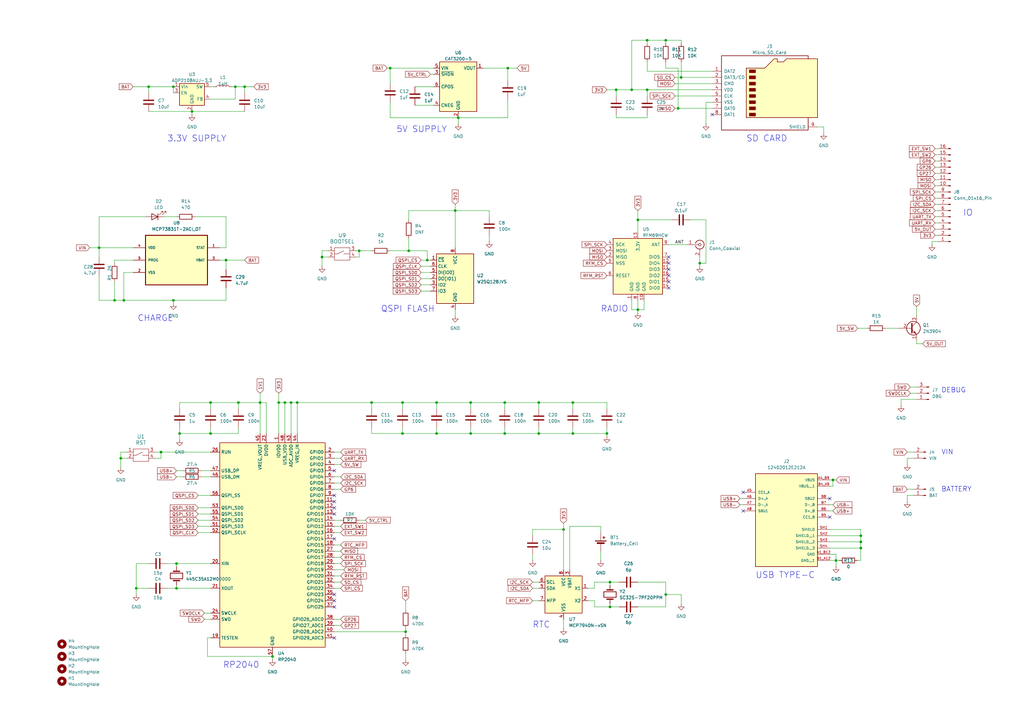
<source format=kicad_sch>
(kicad_sch (version 20231120) (generator "eeschema") (generator_version "8.0")
  (paper "A3")
  (junction (at 40.64 101.6))
  (junction (at 55.88 241.3))
  (junction (at 220.98 177.8))
  (junction (at 165.1 165.1))
  (junction (at 179.07 165.1))
  (junction (at 220.98 165.1))
  (junction (at 193.04 177.8))
  (junction (at 166.37 259.08))
  (junction (at 207.01 177.8))
  (junction (at 147.32 102.87))
  (junction (at 175.26 106.68))
  (junction (at 231.14 217.17))
  (junction (at 165.1 177.8))
  (junction (at 86.36 177.8))
  (junction (at 259.08 36.83))
  (junction (at 73.66 177.8))
  (junction (at 186.69 86.36))
  (junction (at 287.02 107.95))
  (junction (at 234.95 177.8))
  (junction (at 114.3 165.1))
  (junction (at 71.12 35.56))
  (junction (at 187.96 48.26))
  (junction (at 100.33 35.56))
  (junction (at 49.53 187.96))
  (junction (at 342.9 229.87))
  (junction (at 50.8 123.19))
  (junction (at 119.38 165.1))
  (junction (at 121.92 165.1))
  (junction (at 278.13 44.45))
  (junction (at 353.06 224.79))
  (junction (at 179.07 177.8))
  (junction (at 208.28 27.94))
  (junction (at 72.39 241.3))
  (junction (at 72.39 231.14))
  (junction (at 250.19 248.92))
  (junction (at 46.99 123.19))
  (junction (at 111.76 269.24))
  (junction (at 273.05 243.84))
  (junction (at 60.96 35.56))
  (junction (at 86.36 165.1))
  (junction (at 353.06 219.71))
  (junction (at 116.84 165.1))
  (junction (at 252.73 36.83))
  (junction (at 66.04 185.42))
  (junction (at 207.01 165.1))
  (junction (at 106.68 165.1))
  (junction (at 353.06 222.25))
  (junction (at 193.04 165.1))
  (junction (at 341.63 196.85))
  (junction (at 250.19 238.76))
  (junction (at 261.62 90.17))
  (junction (at 261.62 127))
  (junction (at 97.79 165.1))
  (junction (at 78.74 45.72))
  (junction (at 160.02 27.94))
  (junction (at 152.4 165.1))
  (junction (at 167.64 102.87))
  (junction (at 265.43 36.83))
  (junction (at 132.08 105.41))
  (junction (at 92.71 106.68))
  (junction (at 96.52 35.56))
  (junction (at 265.43 16.51))
  (junction (at 234.95 165.1))
  (junction (at 273.05 16.51))
  (junction (at 71.12 123.19))
  (junction (at 248.92 177.8))
  (junction (at 279.4 31.75))
  (no_connect (at 274.32 107.95))
  (no_connect (at 304.8 201.93))
  (no_connect (at 137.16 205.74))
  (no_connect (at 340.36 212.09))
  (no_connect (at 137.16 246.38))
  (no_connect (at 137.16 243.84))
  (no_connect (at 274.32 113.03))
  (no_connect (at 137.16 208.28))
  (no_connect (at 274.32 118.11))
  (no_connect (at 274.32 115.57))
  (no_connect (at 274.32 110.49))
  (no_connect (at 137.16 261.62))
  (no_connect (at 340.36 204.47))
  (no_connect (at 274.32 105.41))
  (no_connect (at 137.16 248.92))
  (no_connect (at 304.8 209.55))
  (no_connect (at 137.16 210.82))
  (no_connect (at 137.16 193.04))
  (no_connect (at 137.16 203.2))
  (no_connect (at 137.16 220.98))
  (no_connect (at 292.1 46.99))
  (wire (pts (xy 81.28 203.2) (xy 86.36 203.2)))
  (wire (pts (xy 152.4 165.1) (xy 165.1 165.1)))
  (wire (pts (xy 248.92 177.8) (xy 248.92 179.07)))
  (wire (pts (xy 200.66 86.36) (xy 186.69 86.36)))
  (wire (pts (xy 97.79 165.1) (xy 86.36 165.1)))
  (wire (pts (xy 119.38 165.1) (xy 119.38 177.8)))
  (wire (pts (xy 250.19 248.92) (xy 250.19 247.65)))
  (wire (pts (xy 337.82 52.07) (xy 335.28 52.07)))
  (wire (pts (xy 137.16 256.54) (xy 139.7 256.54)))
  (wire (pts (xy 97.79 175.26) (xy 97.79 177.8)))
  (wire (pts (xy 81.28 213.36) (xy 86.36 213.36)))
  (wire (pts (xy 92.71 123.19) (xy 92.71 118.11)))
  (wire (pts (xy 82.55 195.58) (xy 86.36 195.58)))
  (wire (pts (xy 137.16 228.6) (xy 139.7 228.6)))
  (wire (pts (xy 114.3 165.1) (xy 116.84 165.1)))
  (wire (pts (xy 50.8 123.19) (xy 71.12 123.19)))
  (wire (pts (xy 375.92 158.75) (xy 373.38 158.75)))
  (wire (pts (xy 152.4 175.26) (xy 152.4 177.8)))
  (wire (pts (xy 85.09 261.62) (xy 85.09 269.24)))
  (wire (pts (xy 81.28 208.28) (xy 86.36 208.28)))
  (wire (pts (xy 340.36 222.25) (xy 353.06 222.25)))
  (wire (pts (xy 46.99 107.95) (xy 46.99 106.68)))
  (wire (pts (xy 243.84 238.76) (xy 250.19 238.76)))
  (wire (pts (xy 193.04 165.1) (xy 207.01 165.1)))
  (wire (pts (xy 383.54 81.28) (xy 384.81 81.28)))
  (wire (pts (xy 383.54 66.04) (xy 384.81 66.04)))
  (wire (pts (xy 283.21 90.17) (xy 289.56 90.17)))
  (wire (pts (xy 218.44 246.38) (xy 220.98 246.38)))
  (wire (pts (xy 342.9 229.87) (xy 344.17 229.87)))
  (wire (pts (xy 218.44 241.3) (xy 220.98 241.3)))
  (wire (pts (xy 340.36 196.85) (xy 341.63 196.85)))
  (wire (pts (xy 137.16 231.14) (xy 139.7 231.14)))
  (wire (pts (xy 252.73 46.99) (xy 252.73 48.26)))
  (wire (pts (xy 383.54 60.96) (xy 384.81 60.96)))
  (wire (pts (xy 382.27 100.33) (xy 382.27 99.06)))
  (wire (pts (xy 72.39 240.03) (xy 72.39 241.3)))
  (wire (pts (xy 341.63 196.85) (xy 342.9 196.85)))
  (wire (pts (xy 152.4 177.8) (xy 165.1 177.8)))
  (wire (pts (xy 176.53 30.48) (xy 177.8 30.48)))
  (wire (pts (xy 287.02 107.95) (xy 287.02 109.22)))
  (wire (pts (xy 166.37 246.38) (xy 166.37 250.19)))
  (wire (pts (xy 250.19 248.92) (xy 254 248.92)))
  (wire (pts (xy 375.92 161.29) (xy 373.38 161.29)))
  (wire (pts (xy 378.46 140.97) (xy 375.92 140.97)))
  (wire (pts (xy 170.18 43.18) (xy 177.8 43.18)))
  (wire (pts (xy 60.96 38.1) (xy 60.96 35.56)))
  (wire (pts (xy 193.04 177.8) (xy 207.01 177.8)))
  (wire (pts (xy 265.43 48.26) (xy 265.43 46.99)))
  (wire (pts (xy 383.54 68.58) (xy 384.81 68.58)))
  (wire (pts (xy 72.39 232.41) (xy 72.39 231.14)))
  (wire (pts (xy 132.08 102.87) (xy 132.08 105.41)))
  (wire (pts (xy 121.92 165.1) (xy 152.4 165.1)))
  (wire (pts (xy 66.04 185.42) (xy 86.36 185.42)))
  (wire (pts (xy 220.98 165.1) (xy 220.98 167.64)))
  (wire (pts (xy 246.38 218.44) (xy 246.38 215.9)))
  (wire (pts (xy 186.69 86.36) (xy 186.69 83.82)))
  (wire (pts (xy 261.62 123.19) (xy 261.62 127)))
  (wire (pts (xy 276.86 39.37) (xy 292.1 39.37)))
  (wire (pts (xy 72.39 231.14) (xy 86.36 231.14)))
  (wire (pts (xy 292.1 41.91) (xy 289.56 41.91)))
  (wire (pts (xy 146.05 102.87) (xy 147.32 102.87)))
  (wire (pts (xy 252.73 36.83) (xy 252.73 39.37)))
  (wire (pts (xy 273.05 27.94) (xy 278.13 27.94)))
  (wire (pts (xy 200.66 96.52) (xy 200.66 99.06)))
  (wire (pts (xy 60.96 35.56) (xy 71.12 35.56)))
  (wire (pts (xy 46.99 123.19) (xy 50.8 123.19)))
  (wire (pts (xy 372.11 187.96) (xy 372.11 190.5)))
  (wire (pts (xy 137.16 259.08) (xy 166.37 259.08)))
  (wire (pts (xy 78.74 45.72) (xy 78.74 46.99)))
  (wire (pts (xy 259.08 16.51) (xy 259.08 36.83)))
  (wire (pts (xy 208.28 27.94) (xy 212.09 27.94)))
  (wire (pts (xy 303.53 207.01) (xy 304.8 207.01)))
  (wire (pts (xy 137.16 213.36) (xy 139.7 213.36)))
  (wire (pts (xy 276.86 34.29) (xy 292.1 34.29)))
  (wire (pts (xy 109.22 165.1) (xy 106.68 165.1)))
  (wire (pts (xy 363.22 134.62) (xy 368.3 134.62)))
  (wire (pts (xy 72.39 195.58) (xy 74.93 195.58)))
  (wire (pts (xy 383.54 76.2) (xy 384.81 76.2)))
  (wire (pts (xy 353.06 222.25) (xy 353.06 219.71)))
  (wire (pts (xy 289.56 90.17) (xy 289.56 107.95)))
  (wire (pts (xy 92.71 106.68) (xy 92.71 110.49)))
  (wire (pts (xy 265.43 29.21) (xy 292.1 29.21)))
  (wire (pts (xy 86.36 40.64) (xy 96.52 40.64)))
  (wire (pts (xy 264.16 127) (xy 261.62 127)))
  (wire (pts (xy 83.82 254) (xy 86.36 254)))
  (wire (pts (xy 261.62 127) (xy 261.62 128.27)))
  (wire (pts (xy 78.74 45.72) (xy 100.33 45.72)))
  (wire (pts (xy 273.05 25.4) (xy 273.05 27.94)))
  (wire (pts (xy 73.66 165.1) (xy 73.66 167.64)))
  (wire (pts (xy 167.64 102.87) (xy 160.02 102.87)))
  (wire (pts (xy 218.44 217.17) (xy 231.14 217.17)))
  (wire (pts (xy 372.11 203.2) (xy 374.65 203.2)))
  (wire (pts (xy 369.57 163.83) (xy 375.92 163.83)))
  (wire (pts (xy 259.08 36.83) (xy 265.43 36.83)))
  (wire (pts (xy 340.36 227.33) (xy 342.9 227.33)))
  (wire (pts (xy 137.16 185.42) (xy 139.7 185.42)))
  (wire (pts (xy 86.36 165.1) (xy 73.66 165.1)))
  (wire (pts (xy 175.26 106.68) (xy 176.53 106.68)))
  (wire (pts (xy 49.53 185.42) (xy 49.53 187.96)))
  (wire (pts (xy 207.01 165.1) (xy 220.98 165.1)))
  (wire (pts (xy 160.02 48.26) (xy 187.96 48.26)))
  (wire (pts (xy 261.62 90.17) (xy 275.59 90.17)))
  (wire (pts (xy 383.54 88.9) (xy 384.81 88.9)))
  (wire (pts (xy 36.83 101.6) (xy 40.64 101.6)))
  (wire (pts (xy 259.08 127) (xy 261.62 127)))
  (wire (pts (xy 207.01 175.26) (xy 207.01 177.8)))
  (wire (pts (xy 252.73 48.26) (xy 265.43 48.26)))
  (wire (pts (xy 208.28 27.94) (xy 208.28 33.02)))
  (wire (pts (xy 207.01 177.8) (xy 220.98 177.8)))
  (wire (pts (xy 218.44 219.71) (xy 218.44 217.17)))
  (wire (pts (xy 372.11 200.66) (xy 374.65 200.66)))
  (wire (pts (xy 218.44 238.76) (xy 220.98 238.76)))
  (wire (pts (xy 63.5 187.96) (xy 66.04 187.96)))
  (wire (pts (xy 86.36 35.56) (xy 87.63 35.56)))
  (wire (pts (xy 375.92 140.97) (xy 375.92 139.7)))
  (wire (pts (xy 234.95 175.26) (xy 234.95 177.8)))
  (wire (pts (xy 220.98 175.26) (xy 220.98 177.8)))
  (wire (pts (xy 261.62 95.25) (xy 261.62 90.17)))
  (wire (pts (xy 279.4 16.51) (xy 273.05 16.51)))
  (wire (pts (xy 83.82 251.46) (xy 86.36 251.46)))
  (wire (pts (xy 82.55 193.04) (xy 86.36 193.04)))
  (wire (pts (xy 49.53 185.42) (xy 52.07 185.42)))
  (wire (pts (xy 261.62 238.76) (xy 273.05 238.76)))
  (wire (pts (xy 250.19 238.76) (xy 250.19 240.03)))
  (wire (pts (xy 278.13 44.45) (xy 292.1 44.45)))
  (wire (pts (xy 55.88 231.14) (xy 55.88 241.3)))
  (wire (pts (xy 90.17 101.6) (xy 92.71 101.6)))
  (wire (pts (xy 137.16 187.96) (xy 139.7 187.96)))
  (wire (pts (xy 383.54 83.82) (xy 384.81 83.82)))
  (wire (pts (xy 342.9 229.87) (xy 342.9 232.41)))
  (wire (pts (xy 97.79 165.1) (xy 97.79 167.64)))
  (wire (pts (xy 73.66 177.8) (xy 73.66 175.26)))
  (wire (pts (xy 147.32 102.87) (xy 152.4 102.87)))
  (wire (pts (xy 96.52 35.56) (xy 100.33 35.56)))
  (wire (pts (xy 172.72 106.68) (xy 175.26 106.68)))
  (wire (pts (xy 137.16 241.3) (xy 139.7 241.3)))
  (wire (pts (xy 132.08 105.41) (xy 132.08 109.22)))
  (wire (pts (xy 243.84 246.38) (xy 243.84 248.92)))
  (wire (pts (xy 50.8 111.76) (xy 50.8 123.19)))
  (wire (pts (xy 241.3 241.3) (xy 243.84 241.3)))
  (wire (pts (xy 252.73 36.83) (xy 259.08 36.83)))
  (wire (pts (xy 231.14 217.17) (xy 231.14 233.68)))
  (wire (pts (xy 241.3 246.38) (xy 243.84 246.38)))
  (wire (pts (xy 90.17 106.68) (xy 92.71 106.68)))
  (wire (pts (xy 248.92 177.8) (xy 248.92 175.26)))
  (wire (pts (xy 160.02 41.91) (xy 160.02 48.26)))
  (wire (pts (xy 71.12 35.56) (xy 71.12 38.1)))
  (wire (pts (xy 147.32 213.36) (xy 149.86 213.36)))
  (wire (pts (xy 73.66 177.8) (xy 73.66 180.34)))
  (wire (pts (xy 353.06 229.87) (xy 351.79 229.87)))
  (wire (pts (xy 246.38 226.06) (xy 246.38 229.87)))
  (wire (pts (xy 273.05 16.51) (xy 273.05 17.78)))
  (wire (pts (xy 383.54 91.44) (xy 384.81 91.44)))
  (wire (pts (xy 54.61 35.56) (xy 60.96 35.56)))
  (wire (pts (xy 172.72 114.3) (xy 176.53 114.3)))
  (wire (pts (xy 278.13 27.94) (xy 278.13 44.45)))
  (wire (pts (xy 40.64 88.9) (xy 40.64 101.6)))
  (wire (pts (xy 208.28 40.64) (xy 208.28 48.26)))
  (wire (pts (xy 243.84 241.3) (xy 243.84 238.76)))
  (wire (pts (xy 172.72 119.38) (xy 176.53 119.38)))
  (wire (pts (xy 279.4 247.65) (xy 279.4 243.84)))
  (wire (pts (xy 265.43 36.83) (xy 265.43 39.37)))
  (wire (pts (xy 218.44 227.33) (xy 218.44 229.87)))
  (wire (pts (xy 165.1 165.1) (xy 179.07 165.1)))
  (wire (pts (xy 220.98 165.1) (xy 234.95 165.1)))
  (wire (pts (xy 172.72 116.84) (xy 176.53 116.84)))
  (wire (pts (xy 383.54 78.74) (xy 384.81 78.74)))
  (wire (pts (xy 351.79 134.62) (xy 355.6 134.62)))
  (wire (pts (xy 71.12 123.19) (xy 92.71 123.19)))
  (wire (pts (xy 353.06 224.79) (xy 353.06 222.25)))
  (wire (pts (xy 100.33 38.1) (xy 100.33 35.56)))
  (wire (pts (xy 172.72 109.22) (xy 176.53 109.22)))
  (wire (pts (xy 383.54 63.5) (xy 384.81 63.5)))
  (wire (pts (xy 137.16 195.58) (xy 139.7 195.58)))
  (wire (pts (xy 95.25 35.56) (xy 96.52 35.56)))
  (wire (pts (xy 60.96 231.14) (xy 55.88 231.14)))
  (wire (pts (xy 85.09 269.24) (xy 111.76 269.24)))
  (wire (pts (xy 248.92 36.83) (xy 252.73 36.83)))
  (wire (pts (xy 49.53 187.96) (xy 52.07 187.96)))
  (wire (pts (xy 81.28 218.44) (xy 86.36 218.44)))
  (wire (pts (xy 72.39 193.04) (xy 74.93 193.04)))
  (wire (pts (xy 86.36 175.26) (xy 86.36 177.8)))
  (wire (pts (xy 67.31 88.9) (xy 72.39 88.9)))
  (wire (pts (xy 114.3 161.29) (xy 114.3 165.1)))
  (wire (pts (xy 55.88 241.3) (xy 60.96 241.3)))
  (wire (pts (xy 80.01 88.9) (xy 92.71 88.9)))
  (wire (pts (xy 132.08 102.87) (xy 134.62 102.87)))
  (wire (pts (xy 337.82 54.61) (xy 337.82 52.07)))
  (wire (pts (xy 59.69 88.9) (xy 40.64 88.9)))
  (wire (pts (xy 137.16 236.22) (xy 139.7 236.22)))
  (wire (pts (xy 137.16 226.06) (xy 139.7 226.06)))
  (wire (pts (xy 160.02 34.29) (xy 160.02 27.94)))
  (wire (pts (xy 137.16 223.52) (xy 139.7 223.52)))
  (wire (pts (xy 265.43 36.83) (xy 292.1 36.83)))
  (wire (pts (xy 287.02 105.41) (xy 287.02 107.95)))
  (wire (pts (xy 114.3 177.8) (xy 114.3 165.1)))
  (wire (pts (xy 111.76 269.24) (xy 111.76 270.51)))
  (wire (pts (xy 66.04 187.96) (xy 66.04 185.42)))
  (wire (pts (xy 109.22 177.8) (xy 109.22 165.1)))
  (wire (pts (xy 49.53 187.96) (xy 49.53 191.77)))
  (wire (pts (xy 55.88 241.3) (xy 55.88 243.84)))
  (wire (pts (xy 158.75 27.94) (xy 160.02 27.94)))
  (wire (pts (xy 375.92 125.73) (xy 375.92 129.54)))
  (wire (pts (xy 289.56 107.95) (xy 287.02 107.95)))
  (wire (pts (xy 265.43 16.51) (xy 265.43 17.78)))
  (wire (pts (xy 382.27 99.06) (xy 384.81 99.06)))
  (wire (pts (xy 179.07 177.8) (xy 193.04 177.8)))
  (wire (pts (xy 167.64 97.79) (xy 167.64 102.87)))
  (wire (pts (xy 106.68 177.8) (xy 106.68 165.1)))
  (wire (pts (xy 279.4 25.4) (xy 279.4 31.75)))
  (wire (pts (xy 246.38 215.9) (xy 233.68 215.9)))
  (wire (pts (xy 146.05 105.41) (xy 147.32 105.41)))
  (wire (pts (xy 207.01 165.1) (xy 207.01 167.64)))
  (wire (pts (xy 187.96 48.26) (xy 208.28 48.26)))
  (wire (pts (xy 179.07 165.1) (xy 193.04 165.1)))
  (wire (pts (xy 152.4 165.1) (xy 152.4 167.64)))
  (wire (pts (xy 233.68 215.9) (xy 233.68 233.68)))
  (wire (pts (xy 265.43 16.51) (xy 259.08 16.51)))
  (wire (pts (xy 279.4 16.51) (xy 279.4 17.78)))
  (wire (pts (xy 248.92 165.1) (xy 248.92 167.64)))
  (wire (pts (xy 340.36 199.39) (xy 341.63 199.39)))
  (wire (pts (xy 97.79 177.8) (xy 86.36 177.8)))
  (wire (pts (xy 86.36 165.1) (xy 86.36 167.64)))
  (wire (pts (xy 46.99 115.57) (xy 46.99 123.19)))
  (wire (pts (xy 137.16 190.5) (xy 139.7 190.5)))
  (wire (pts (xy 276.86 44.45) (xy 278.13 44.45)))
  (wire (pts (xy 137.16 254) (xy 139.7 254)))
  (wire (pts (xy 198.12 27.94) (xy 208.28 27.94)))
  (wire (pts (xy 116.84 165.1) (xy 119.38 165.1)))
  (wire (pts (xy 166.37 267.97) (xy 166.37 270.51)))
  (wire (pts (xy 106.68 165.1) (xy 97.79 165.1)))
  (wire (pts (xy 72.39 241.3) (xy 86.36 241.3)))
  (wire (pts (xy 137.16 198.12) (xy 139.7 198.12)))
  (wire (pts (xy 231.14 254) (xy 231.14 257.81)))
  (wire (pts (xy 92.71 106.68) (xy 100.33 106.68)))
  (wire (pts (xy 193.04 175.26) (xy 193.04 177.8)))
  (wire (pts (xy 340.36 209.55) (xy 341.63 209.55)))
  (wire (pts (xy 383.54 86.36) (xy 384.81 86.36)))
  (wire (pts (xy 273.05 238.76) (xy 273.05 243.84)))
  (wire (pts (xy 279.4 243.84) (xy 273.05 243.84)))
  (wire (pts (xy 259.08 123.19) (xy 259.08 127)))
  (wire (pts (xy 243.84 248.92) (xy 250.19 248.92)))
  (wire (pts (xy 72.39 241.3) (xy 68.58 241.3)))
  (wire (pts (xy 250.19 238.76) (xy 254 238.76)))
  (wire (pts (xy 369.57 166.37) (xy 369.57 163.83)))
  (wire (pts (xy 186.69 127) (xy 186.69 129.54)))
  (wire (pts (xy 40.64 113.03) (xy 40.64 123.19)))
  (wire (pts (xy 167.64 90.17) (xy 167.64 86.36)))
  (wire (pts (xy 86.36 177.8) (xy 73.66 177.8)))
  (wire (pts (xy 81.28 215.9) (xy 86.36 215.9)))
  (wire (pts (xy 106.68 161.29) (xy 106.68 165.1)))
  (wire (pts (xy 100.33 35.56) (xy 104.14 35.56)))
  (wire (pts (xy 72.39 231.14) (xy 68.58 231.14)))
  (wire (pts (xy 231.14 214.63) (xy 231.14 217.17)))
  (wire (pts (xy 340.36 224.79) (xy 353.06 224.79)))
  (wire (pts (xy 340.36 217.17) (xy 353.06 217.17)))
  (wire (pts (xy 137.16 238.76) (xy 139.7 238.76)))
  (wire (pts (xy 167.64 86.36) (xy 186.69 86.36)))
  (wire (pts (xy 340.36 219.71) (xy 353.06 219.71)))
  (wire (pts (xy 40.64 123.19) (xy 46.99 123.19)))
  (wire (pts (xy 46.99 106.68) (xy 54.61 106.68)))
  (wire (pts (xy 341.63 199.39) (xy 341.63 196.85)))
  (wire (pts (xy 264.16 123.19) (xy 264.16 127)))
  (wire (pts (xy 147.32 105.41) (xy 147.32 102.87)))
  (wire (pts (xy 193.04 165.1) (xy 193.04 167.64)))
  (wire (pts (xy 63.5 185.42) (xy 66.04 185.42)))
  (wire (pts (xy 279.4 31.75) (xy 292.1 31.75)))
  (wire (pts (xy 342.9 227.33) (xy 342.9 229.87)))
  (wire (pts (xy 179.07 175.26) (xy 179.07 177.8)))
  (wire (pts (xy 40.64 105.41) (xy 40.64 101.6)))
  (wire (pts (xy 86.36 261.62) (xy 85.09 261.62)))
  (wire (pts (xy 340.36 207.01) (xy 341.63 207.01)))
  (wire (pts (xy 40.64 101.6) (xy 54.61 101.6)))
  (wire (pts (xy 273.05 248.92) (xy 261.62 248.92)))
  (wire (pts (xy 71.12 124.46) (xy 71.12 123.19)))
  (wire (pts (xy 234.95 165.1) (xy 234.95 167.64)))
  (wire (pts (xy 273.05 243.84) (xy 273.05 248.92)))
  (wire (pts (xy 160.02 27.94) (xy 177.8 27.94)))
  (wire (pts (xy 220.98 177.8) (xy 234.95 177.8)))
  (wire (pts (xy 172.72 111.76) (xy 176.53 111.76)))
  (wire (pts (xy 175.26 102.87) (xy 175.26 106.68)))
  (wire (pts (xy 54.61 111.76) (xy 50.8 111.76)))
  (wire (pts (xy 96.52 40.64) (xy 96.52 35.56)))
  (wire (pts (xy 132.08 105.41) (xy 134.62 105.41)))
  (wire (pts (xy 186.69 86.36) (xy 186.69 101.6)))
  (wire (pts (xy 265.43 25.4) (xy 265.43 29.21)))
  (wire (pts (xy 60.96 45.72) (xy 78.74 45.72)))
  (wire (pts (xy 274.32 100.33) (xy 281.94 100.33)))
  (wire (pts (xy 372.11 187.96) (xy 374.65 187.96)))
  (wire (pts (xy 372.11 203.2) (xy 372.11 205.74)))
  (wire (pts (xy 383.54 71.12) (xy 384.81 71.12)))
  (wire (pts (xy 372.11 185.42) (xy 374.65 185.42)))
  (wire (pts (xy 303.53 204.47) (xy 304.8 204.47)))
  (wire (pts (xy 234.95 177.8) (xy 248.92 177.8)))
  (wire (pts (xy 234.95 165.1) (xy 248.92 165.1)))
  (wire (pts (xy 137.16 215.9) (xy 139.7 215.9)))
  (wire (pts (xy 276.86 31.75) (xy 279.4 31.75)))
  (wire (pts (xy 353.06 219.71) (xy 353.06 217.17)))
  (wire (pts (xy 92.71 88.9) (xy 92.71 101.6)))
  (wire (pts (xy 116.84 165.1) (xy 116.84 177.8)))
  (wire (pts (xy 200.66 88.9) (xy 200.66 86.36)))
  (wire (pts (xy 353.06 229.87) (xy 353.06 224.79)))
  (wire (pts (xy 261.62 86.36) (xy 261.62 90.17)))
  (wire (pts (xy 165.1 177.8) (xy 179.07 177.8)))
  (wire (pts (xy 165.1 165.1) (xy 165.1 167.64)))
  (wire (pts (xy 273.05 16.51) (xy 265.43 16.51)))
  (wire (pts (xy 383.54 93.98) (xy 384.81 93.98)))
  (wire (pts (xy 166.37 257.81) (xy 166.37 259.08)))
  (wire (pts (xy 342.9 229.87) (xy 340.36 229.87)))
  (wire (pts (xy 383.54 96.52) (xy 384.81 96.52)))
  (wire (pts (xy 137.16 200.66) (xy 139.7 200.66)))
  (wire (pts (xy 167.64 102.87) (xy 175.26 102.87)))
  (wire (pts (xy 170.18 35.56) (xy 177.8 35.56)))
  (wire (pts (xy 137.16 233.68) (xy 140.97 233.68)))
  (wire (pts (xy 137.16 218.44) (xy 139.7 218.44)))
  (wire (pts (xy 179.07 165.1) (xy 179.07 167.64)))
  (wire (pts (xy 121.92 165.1) (xy 121.92 177.8)))
  (wire (pts (xy 166.37 259.08) (xy 166.37 260.35)))
  (wire (pts (xy 383.54 73.66) (xy 384.81 73.66)))
  (wire (pts (xy 187.96 48.26) (xy 187.96 50.8)))
  (wire (pts (xy 289.56 41.91) (xy 289.56 50.8)))
  (wire (pts (xy 81.28 210.82) (xy 86.36 210.82)))
  (wire (pts (xy 119.38 165.1) (xy 121.92 165.1)))
  (wire (pts (xy 165.1 175.26) (xy 165.1 177.8)))
  (text "USB TYPE-C" (at 309.88 237.49 0) (effects (font (size 2.54 2.54)) (justify left bottom)))
  (text "BATTERY" (at 386.08 201.93 0) (effects (font (size 2 2)) (justify left bottom)))
  (text "RTC" (at 218.44 257.81 0) (effects (font (size 2.54 2.54)) (justify left bottom)))
  (text "QSPI FLASH" (at 156.21 128.27 0) (effects (font (size 2.5 2.5)) (justify left bottom)))
  (text "IO" (at 394.97 88.9 0) (effects (font (size 2.54 2.54)) (justify left bottom)))
  (text "DEBUG" (at 386.08 161.29 0) (effects (font (size 2 2)) (justify left bottom)))
  (text "RADIO" (at 246.38 128.27 0) (effects (font (size 2.54 2.54)) (justify left bottom)))
  (text "3.3V SUPPLY" (at 68.58 58.42 0) (effects (font (size 2.5 2.5)) (justify left bottom)))
  (text "VIN" (at 386.08 186.69 0) (effects (font (size 2 2)) (justify left bottom)))
  (text "RP2040" (at 91.44 274.32 0) (effects (font (size 2.54 2.54)) (justify left bottom)))
  (text "CHARGE" (at 56.388 132.08 0) (effects (font (size 2.5 2.5)) (justify left bottom)))
  (text "SD CARD" (at 306.07 58.42 0) (effects (font (size 2.54 2.54)) (justify left bottom)))
  (text "5V SUPPLY" (at 162.56 54.61 0) (effects (font (size 2.5 2.5)) (justify left bottom)))
  (label "ANT" (at 276.86 100.33 0))
  (global_label "SPI_SCK" (shape input) (at 139.7 231.14 0) (property "Intersheetrefs" "${INTERSHEET_REFS}" (effects (hide yes))))
  (global_label "3V3" (shape input) (at 383.54 96.52 180) (property "Intersheetrefs" "${INTERSHEET_REFS}" (effects (hide yes))))
  (global_label "1V1" (shape input) (at 106.68 161.29 90) (property "Intersheetrefs" "${INTERSHEET_REFS}" (effects (hide yes))))
  (global_label "USB+" (shape input) (at 303.53 204.47 180) (property "Intersheetrefs" "${INTERSHEET_REFS}" (effects (hide yes))))
  (global_label "I2C_SCK" (shape input) (at 218.44 238.76 180) (property "Intersheetrefs" "${INTERSHEET_REFS}" (effects (hide yes))))
  (global_label "BAT" (shape input) (at 54.61 35.56 180) (property "Intersheetrefs" "${INTERSHEET_REFS}" (effects (hide yes))))
  (global_label "UART_RX" (shape input) (at 383.54 91.44 180) (property "Intersheetrefs" "${INTERSHEET_REFS}" (effects (hide yes))))
  (global_label "QSPI_SD2" (shape input) (at 81.28 213.36 180) (property "Intersheetrefs" "${INTERSHEET_REFS}" (effects (hide yes))))
  (global_label "MISO" (shape input) (at 248.92 105.41 180) (property "Intersheetrefs" "${INTERSHEET_REFS}" (effects (hide yes))))
  (global_label "MOSI" (shape input) (at 140.97 233.68 0) (property "Intersheetrefs" "${INTERSHEET_REFS}" (effects (hide yes))))
  (global_label "VIN" (shape input) (at 36.83 101.6 180) (property "Intersheetrefs" "${INTERSHEET_REFS}" (effects (hide yes))))
  (global_label "MISO" (shape input) (at 276.86 44.45 180) (property "Intersheetrefs" "${INTERSHEET_REFS}" (effects (hide yes))))
  (global_label "QSPI_SD3" (shape input) (at 172.72 119.38 180) (property "Intersheetrefs" "${INTERSHEET_REFS}" (effects (hide yes))))
  (global_label "SPI_SCK" (shape input) (at 383.54 78.74 180) (property "Intersheetrefs" "${INTERSHEET_REFS}" (effects (hide yes))))
  (global_label "I2C_SCK" (shape input) (at 139.7 198.12 0) (property "Intersheetrefs" "${INTERSHEET_REFS}" (effects (hide yes))))
  (global_label "MOSI" (shape input) (at 276.86 34.29 180) (property "Intersheetrefs" "${INTERSHEET_REFS}" (effects (hide yes))))
  (global_label "3V3" (shape input) (at 261.62 86.36 90) (property "Intersheetrefs" "${INTERSHEET_REFS}" (effects (hide yes))))
  (global_label "BAT" (shape input) (at 372.11 200.66 180) (property "Intersheetrefs" "${INTERSHEET_REFS}" (effects (hide yes))))
  (global_label "QSPI_CS" (shape input) (at 81.28 203.2 180) (property "Intersheetrefs" "${INTERSHEET_REFS}" (effects (hide yes))))
  (global_label "VIN" (shape input) (at 372.11 185.42 180) (property "Intersheetrefs" "${INTERSHEET_REFS}" (effects (hide yes))))
  (global_label "5V_CTRL" (shape input) (at 176.53 30.48 180) (property "Intersheetrefs" "${INTERSHEET_REFS}" (effects (hide yes))))
  (global_label "I2C_SDA" (shape input) (at 383.54 83.82 180) (property "Intersheetrefs" "${INTERSHEET_REFS}" (effects (hide yes))))
  (global_label "GP6" (shape input) (at 383.54 66.04 180) (property "Intersheetrefs" "${INTERSHEET_REFS}" (effects (hide yes))))
  (global_label "RTC_MFP" (shape input) (at 139.7 223.52 0) (property "Intersheetrefs" "${INTERSHEET_REFS}" (effects (hide yes))))
  (global_label "SD_CS" (shape input) (at 276.86 31.75 180) (property "Intersheetrefs" "${INTERSHEET_REFS}" (effects (hide yes))))
  (global_label "3V3" (shape input) (at 104.14 35.56 0) (property "Intersheetrefs" "${INTERSHEET_REFS}" (effects (hide yes))))
  (global_label "SPI_SCK" (shape input) (at 276.86 39.37 180) (property "Intersheetrefs" "${INTERSHEET_REFS}" (effects (hide yes))))
  (global_label "USB+" (shape input) (at 72.39 193.04 180) (property "Intersheetrefs" "${INTERSHEET_REFS}" (effects (hide yes))))
  (global_label "USB-" (shape input) (at 303.53 207.01 180) (property "Intersheetrefs" "${INTERSHEET_REFS}" (effects (hide yes))))
  (global_label "5V_CTRL" (shape input) (at 149.86 213.36 0) (property "Intersheetrefs" "${INTERSHEET_REFS}" (effects (hide yes))))
  (global_label "3V3" (shape input) (at 231.14 214.63 90) (property "Intersheetrefs" "${INTERSHEET_REFS}" (effects (hide yes))))
  (global_label "USB+" (shape input) (at 341.63 209.55 0) (property "Intersheetrefs" "${INTERSHEET_REFS}" (effects (hide yes))))
  (global_label "RFM_RST" (shape input) (at 248.92 113.03 180) (property "Intersheetrefs" "${INTERSHEET_REFS}" (effects (hide yes))))
  (global_label "QSPI_SD3" (shape input) (at 81.28 215.9 180) (property "Intersheetrefs" "${INTERSHEET_REFS}" (effects (hide yes))))
  (global_label "5V" (shape input) (at 375.92 125.73 90) (property "Intersheetrefs" "${INTERSHEET_REFS}" (effects (hide yes))))
  (global_label "SPI_SCK" (shape input) (at 248.92 100.33 180) (property "Intersheetrefs" "${INTERSHEET_REFS}" (effects (hide yes))))
  (global_label "QSPI_SD2" (shape input) (at 172.72 116.84 180) (property "Intersheetrefs" "${INTERSHEET_REFS}" (effects (hide yes))))
  (global_label "USB-" (shape input) (at 341.63 207.01 0) (property "Intersheetrefs" "${INTERSHEET_REFS}" (effects (hide yes))))
  (global_label "RFM_RST" (shape input) (at 139.7 236.22 0) (property "Intersheetrefs" "${INTERSHEET_REFS}" (effects (hide yes))))
  (global_label "QSPI_CLK" (shape input) (at 172.72 109.22 180) (property "Intersheetrefs" "${INTERSHEET_REFS}" (effects (hide yes))))
  (global_label "QSPI_CS" (shape input) (at 172.72 106.68 180) (property "Intersheetrefs" "${INTERSHEET_REFS}" (effects (hide yes))))
  (global_label "QSPI_SD0" (shape input) (at 81.28 208.28 180) (property "Intersheetrefs" "${INTERSHEET_REFS}" (effects (hide yes))))
  (global_label "SWD" (shape input) (at 373.38 158.75 180) (property "Intersheetrefs" "${INTERSHEET_REFS}" (effects (hide yes))))
  (global_label "GP27" (shape input) (at 139.7 256.54 0) (property "Intersheetrefs" "${INTERSHEET_REFS}" (effects (hide yes))))
  (global_label "BAT" (shape input) (at 100.33 106.68 0) (property "Intersheetrefs" "${INTERSHEET_REFS}" (effects (hide yes))))
  (global_label "3V3" (shape input) (at 186.69 83.82 90) (property "Intersheetrefs" "${INTERSHEET_REFS}" (effects (hide yes))))
  (global_label "I2C_SDA" (shape input) (at 218.44 241.3 180) (property "Intersheetrefs" "${INTERSHEET_REFS}" (effects (hide yes))))
  (global_label "UART_TX" (shape input) (at 139.7 185.42 0) (property "Intersheetrefs" "${INTERSHEET_REFS}" (effects (hide yes))))
  (global_label "QSPI_SD1" (shape input) (at 81.28 210.82 180) (property "Intersheetrefs" "${INTERSHEET_REFS}" (effects (hide yes))))
  (global_label "GP26" (shape input) (at 139.7 254 0) (property "Intersheetrefs" "${INTERSHEET_REFS}" (effects (hide yes))))
  (global_label "EXT_SW2" (shape input) (at 139.7 218.44 0) (property "Intersheetrefs" "${INTERSHEET_REFS}" (effects (hide yes))))
  (global_label "RFM_CS" (shape input) (at 248.92 107.95 180) (property "Intersheetrefs" "${INTERSHEET_REFS}" (effects (hide yes))))
  (global_label "RFM_CS" (shape input) (at 139.7 228.6 0) (property "Intersheetrefs" "${INTERSHEET_REFS}" (effects (hide yes))))
  (global_label "BAT" (shape input) (at 166.37 246.38 90) (property "Intersheetrefs" "${INTERSHEET_REFS}" (effects (hide yes))))
  (global_label "3V3" (shape input) (at 248.92 36.83 180) (property "Intersheetrefs" "${INTERSHEET_REFS}" (effects (hide yes))))
  (global_label "GP6" (shape input) (at 139.7 200.66 0) (property "Intersheetrefs" "${INTERSHEET_REFS}" (effects (hide yes))))
  (global_label "MISO" (shape input) (at 139.7 226.06 0) (property "Intersheetrefs" "${INTERSHEET_REFS}" (effects (hide yes))))
  (global_label "QSPI_SD0" (shape input) (at 172.72 111.76 180) (property "Intersheetrefs" "${INTERSHEET_REFS}" (effects (hide yes))))
  (global_label "QSPI_CLK" (shape input) (at 81.28 218.44 180) (property "Intersheetrefs" "${INTERSHEET_REFS}" (effects (hide yes))))
  (global_label "BAT" (shape input) (at 158.75 27.94 180) (property "Intersheetrefs" "${INTERSHEET_REFS}" (effects (hide yes))))
  (global_label "5V_OUT" (shape input) (at 378.46 140.97 0) (property "Intersheetrefs" "${INTERSHEET_REFS}" (effects (hide yes))))
  (global_label "SWDCLK" (shape input) (at 83.82 251.46 180) (property "Intersheetrefs" "${INTERSHEET_REFS}" (effects (hide yes))))
  (global_label "3V3" (shape input) (at 114.3 161.29 90) (property "Intersheetrefs" "${INTERSHEET_REFS}" (effects (hide yes))))
  (global_label "5V_OUT" (shape input) (at 383.54 93.98 180) (property "Intersheetrefs" "${INTERSHEET_REFS}" (effects (hide yes))))
  (global_label "VIN" (shape input) (at 342.9 196.85 0) (property "Intersheetrefs" "${INTERSHEET_REFS}" (effects (hide yes))))
  (global_label "MOSI" (shape input) (at 383.54 76.2 180) (property "Intersheetrefs" "${INTERSHEET_REFS}" (effects (hide yes))))
  (global_label "RTC_MFP" (shape input) (at 218.44 246.38 180) (property "Intersheetrefs" "${INTERSHEET_REFS}" (effects (hide yes))))
  (global_label "UART_TX" (shape input) (at 383.54 88.9 180) (property "Intersheetrefs" "${INTERSHEET_REFS}" (effects (hide yes))))
  (global_label "QSPI_SD1" (shape input) (at 172.72 114.3 180) (property "Intersheetrefs" "${INTERSHEET_REFS}" (effects (hide yes))))
  (global_label "GP27" (shape input) (at 383.54 71.12 180) (property "Intersheetrefs" "${INTERSHEET_REFS}" (effects (hide yes))))
  (global_label "EXT_SW1" (shape input) (at 139.7 215.9 0) (property "Intersheetrefs" "${INTERSHEET_REFS}" (effects (hide yes))))
  (global_label "SPI_CS" (shape input) (at 139.7 241.3 0) (property "Intersheetrefs" "${INTERSHEET_REFS}" (effects (hide yes))))
  (global_label "UART_RX" (shape input) (at 139.7 187.96 0) (property "Intersheetrefs" "${INTERSHEET_REFS}" (effects (hide yes))))
  (global_label "EXT_SW1" (shape input) (at 383.54 60.96 180) (property "Intersheetrefs" "${INTERSHEET_REFS}" (effects (hide yes))))
  (global_label "MISO" (shape input) (at 383.54 73.66 180) (property "Intersheetrefs" "${INTERSHEET_REFS}" (effects (hide yes))))
  (global_label "SWD" (shape input) (at 83.82 254 180) (property "Intersheetrefs" "${INTERSHEET_REFS}" (effects (hide yes))))
  (global_label "5V_SW" (shape input) (at 139.7 190.5 0) (property "Intersheetrefs" "${INTERSHEET_REFS}" (effects (hide yes))))
  (global_label "5V_SW" (shape input) (at 351.79 134.62 180) (property "Intersheetrefs" "${INTERSHEET_REFS}" (effects (hide yes))))
  (global_label "SWDCLK" (shape input) (at 373.38 161.29 180) (property "Intersheetrefs" "${INTERSHEET_REFS}" (effects (hide yes))))
  (global_label "5V" (shape input) (at 212.09 27.94 0) (property "Intersheetrefs" "${INTERSHEET_REFS}" (effects (hide yes))))
  (global_label "SD_CS" (shape input) (at 139.7 238.76 0) (property "Intersheetrefs" "${INTERSHEET_REFS}" (effects (hide yes))))
  (global_label "GP26" (shape input) (at 383.54 68.58 180) (property "Intersheetrefs" "${INTERSHEET_REFS}" (effects (hide yes))))
  (global_label "MOSI" (shape input) (at 248.92 102.87 180) (property "Intersheetrefs" "${INTERSHEET_REFS}" (effects (hide yes))))
  (global_label "I2C_SDA" (shape input) (at 139.7 195.58 0) (property "Intersheetrefs" "${INTERSHEET_REFS}" (effects (hide yes))))
  (global_label "EXT_SW2" (shape input) (at 383.54 63.5 180) (property "Intersheetrefs" "${INTERSHEET_REFS}" (effects (hide yes))))
  (global_label "USB-" (shape input) (at 72.39 195.58 180) (property "Intersheetrefs" "${INTERSHEET_REFS}" (effects (hide yes))))
  (global_label "I2C_SCK" (shape input) (at 383.54 86.36 180) (property "Intersheetrefs" "${INTERSHEET_REFS}" (effects (hide yes))))
  (global_label "SPI_CS" (shape input) (at 383.54 81.28 180) (property "Intersheetrefs" "${INTERSHEET_REFS}" (effects (hide yes))))
  (symbol (lib_id "Device:C") (at 234.95 171.45 0) (unit 1)
    (property "Reference" "C21" (at 238.76 170.18 0) (effects (justify left)))
    (property "Value" "100n" (at 238.76 172.72 0) (effects (justify left)))
    (property "Footprint" "Capacitor_SMD:C_0402_1005Metric_Pad0.74x0.62mm_HandSolder" (effects (hide yes)))
  )
  (symbol (lib_name "GND_2") (lib_id "power:GND") (at 49.53 191.77 0) (unit 1)
    (property "Reference" "#PWR022" (effects (hide yes)))
    (property "Value" "GND" (at 49.53 196.85 0))
    (property "Description" "Power symbol creates a global label with name \"GND\" , ground" (effects (hide yes)))
  )
  (symbol (lib_id "MCU_RaspberryPi:RP2040") (at 111.76 223.52 0) (unit 1)
    (property "Reference" "U4" (at 113.9541 267.97 0) (effects (justify left)))
    (property "Value" "RP2040" (at 113.9541 270.51 0) (effects (justify left)))
    (property "Footprint" "Package_DFN_QFN:QFN-56-1EP_7x7mm_P0.4mm_EP3.2x3.2mm" (effects (hide yes)))
    (property "Datasheet" "https://datasheets.raspberrypi.com/rp2040/rp2040-datasheet.pdf" (effects (hide yes)))
  )
  (symbol (lib_id "Device:Crystal") (at 72.39 236.22 90) (unit 1)
    (property "Reference" "Y1" (at 76.2 234.95 90) (effects (justify right)))
    (property "Value" "445C35A12M00000" (at 76.2 237.49 90) (effects (justify right)))
    (property "Footprint" "custom:XTAL-445" (effects (hide yes)))
  )
  (symbol (lib_id "Device:C") (at 40.64 109.22 0) (unit 1)
    (property "Reference" "C28" (at 34.29 109.474 0) (effects (justify left)))
    (property "Value" "4.7uF" (at 34.29 112.014 0) (effects (justify left)))
    (property "Footprint" "Capacitor_SMD:C_0805_2012Metric_Pad1.18x1.45mm_HandSolder" (effects (hide yes)))
  )
  (symbol (lib_id "Connector:Conn_Coaxial") (at 287.02 100.33 0) (unit 1)
    (property "Reference" "J1" (at 290.83 99.3531 0) (effects (justify left)))
    (property "Value" "Conn_Coaxial" (at 290.83 101.8931 0) (effects (justify left)))
    (property "Footprint" "Connector_Coaxial:SMA_Samtec_SMA-J-P-H-ST-EM1_EdgeMount" (effects (hide yes)))
    (property "Description" "coaxial connector (BNC, SMA, SMB, SMC, Cinch/RCA, LEMO, ...)" (effects (hide yes)))
  )
  (symbol (lib_id "Device:R") (at 166.37 264.16 0) (unit 1)
    (property "Reference" "R9" (at 168.91 263.525 0) (effects (justify left)))
    (property "Value" "470K" (at 168.91 266.065 0) (effects (justify left)))
    (property "Footprint" "Resistor_SMD:R_0805_2012Metric_Pad1.20x1.40mm_HandSolder" (effects (hide yes)))
  )
  (symbol (lib_id "Device:R") (at 78.74 195.58 90) (unit 1)
    (property "Reference" "R6" (at 78.74 195.58 90))
    (property "Value" "27.4" (at 78.74 198.12 90))
    (property "Footprint" "Resistor_SMD:R_0805_2012Metric_Pad1.20x1.40mm_HandSolder" (effects (hide yes)))
  )
  (symbol (lib_name "GND_2") (lib_id "power:GND") (at 279.4 247.65 0) (unit 1)
    (property "Reference" "#PWR016" (effects (hide yes)))
    (property "Value" "GND" (at 279.4 252.73 0))
    (property "Description" "Power symbol creates a global label with name \"GND\" , ground" (effects (hide yes)))
  )
  (symbol (lib_id "Regulator_Switching:ADP2108AUJ-3.3") (at 78.74 38.1 0) (unit 1)
    (property "Reference" "U3" (at 78.74 30.48 0))
    (property "Value" "ADP2108AUJ-3.3" (at 78.74 33.02 0))
    (property "Footprint" "Package_TO_SOT_SMD:TSOT-23-5" (effects (hide yes)))
    (property "Datasheet" "https://www.analog.com/media/en/technical-documentation/data-sheets/ADP2108.pdf" (effects (hide yes)))
  )
  (symbol (lib_name "GND_2") (lib_id "power:GND") (at 218.44 229.87 0) (unit 1)
    (property "Reference" "#PWR018" (effects (hide yes)))
    (property "Value" "GND" (at 218.44 234.95 0))
    (property "Description" "Power symbol creates a global label with name \"GND\" , ground" (effects (hide yes)))
  )
  (symbol (lib_id "Device:R") (at 167.64 93.98 0) (unit 1)
    (property "Reference" "R4" (at 170.18 92.71 0) (effects (justify left)))
    (property "Value" "DNF" (at 170.18 95.25 0) (effects (justify left)))
    (property "Footprint" "Resistor_SMD:R_0805_2012Metric_Pad1.20x1.40mm_HandSolder" (effects (hide yes)))
  )
  (symbol (lib_id "power:GND") (at 342.9 232.41 0) (unit 1)
    (property "Reference" "#PWR014" (effects (hide yes)))
    (property "Value" "GND" (at 342.9 237.49 0))
    (property "Description" "Power symbol creates a global label with name \"GND\" , ground" (effects (hide yes)))
  )
  (symbol (lib_id "Connector:Conn_01x03_Pin") (at 381 161.29 180) (unit 1)
    (property "Reference" "J7" (at 382.27 160.02 0) (effects (justify right)))
    (property "Value" "DBG" (at 382.27 162.56 0) (effects (justify right)))
    (property "Footprint" "Connector_PinHeader_2.54mm:PinHeader_1x03_P2.54mm_Vertical" (effects (hide yes)))
  )
  (symbol (lib_id "Connector:Conn_01x02_Pin") (at 379.73 187.96 180) (unit 1)
    (property "Reference" "J4" (at 381 185.42 0) (effects (justify right)))
    (property "Value" "VIN" (at 381 187.96 0) (effects (justify right)))
    (property "Footprint" "Connector_PinHeader_2.54mm:PinHeader_1x02_P2.54mm_Vertical" (effects (hide yes)))
  )
  (symbol (lib_name "GND_2") (lib_id "power:GND") (at 78.74 46.99 0) (unit 1)
    (property "Reference" "#PWR01" (effects (hide yes)))
    (property "Value" "GND" (at 78.74 52.07 0))
    (property "Description" "Power symbol creates a global label with name \"GND\" , ground" (effects (hide yes)))
  )
  (symbol (lib_id "Mechanical:MountingHole") (at 25.4 279.4 0) (unit 1) (exclude_from_sim yes) (in_bom no)
    (property "Reference" "H1" (at 27.94 278.1299 0) (effects (justify left)))
    (property "Value" "MountingHole" (at 27.94 280.6699 0) (effects (justify left)))
    (property "Footprint" "MountingHole:MountingHole_2.2mm_M2_Pad_Via" (effects (hide yes)))
    (property "Description" "Mounting Hole without connection" (effects (hide yes)))
  )
  (symbol (lib_name "GND_2") (lib_id "power:GND") (at 111.76 270.51 0) (unit 1)
    (property "Reference" "#PWR024" (effects (hide yes)))
    (property "Value" "GND" (at 111.76 275.59 0))
    (property "Description" "Power symbol creates a global label with name \"GND\" , ground" (effects (hide yes)))
  )
  (symbol (lib_name "GND_2") (lib_id "power:GND") (at 55.88 243.84 0) (unit 1)
    (property "Reference" "#PWR023" (effects (hide yes)))
    (property "Value" "GND" (at 55.88 248.92 0))
    (property "Description" "Power symbol creates a global label with name \"GND\" , ground" (effects (hide yes)))
  )
  (symbol (lib_name "GND_2") (lib_id "power:GND") (at 71.12 124.46 0) (unit 1)
    (property "Reference" "#PWR026" (effects (hide yes)))
    (property "Value" "GND" (at 71.12 129.54 0))
    (property "Description" "Power symbol creates a global label with name \"GND\" , ground" (effects (hide yes)))
  )
  (symbol (lib_id "Device:C") (at 279.4 90.17 90) (unit 1)
    (property "Reference" "C17" (at 279.4 83.82 90))
    (property "Value" "0.1uF" (at 279.4 86.36 90))
    (property "Footprint" "Capacitor_SMD:C_0402_1005Metric" (effects (hide yes)))
  )
  (symbol (lib_name "GND_2") (lib_id "power:GND") (at 369.57 166.37 0) (unit 1)
    (property "Reference" "#PWR012" (effects (hide yes)))
    (property "Value" "GND" (at 369.57 171.45 0))
    (property "Description" "Power symbol creates a global label with name \"GND\" , ground" (effects (hide yes)))
  )
  (symbol (lib_id "Device:R") (at 273.05 21.59 0) (unit 1)
    (property "Reference" "R11" (at 275.59 20.3199 0) (effects (justify left)))
    (property "Value" "10K" (at 275.59 22.8599 0) (effects (justify left)))
    (property "Footprint" "Resistor_SMD:R_0805_2012Metric_Pad1.20x1.40mm_HandSolder" (effects (hide yes)))
  )
  (symbol (lib_name "GND_2") (lib_id "power:GND") (at 287.02 109.22 0) (unit 1)
    (property "Reference" "#PWR02" (effects (hide yes)))
    (property "Value" "GND" (at 287.02 114.3 0))
    (property "Description" "Power symbol creates a global label with name \"GND\" , ground" (effects (hide yes)))
  )
  (symbol (lib_id "Device:Battery_Cell") (at 246.38 223.52 0) (unit 1)
    (property "Reference" "BT1" (at 250.19 220.4085 0) (effects (justify left)))
    (property "Value" "Battery_Cell" (at 250.19 222.9485 0) (effects (justify left)))
    (property "Footprint" "BAT-HLD-001:BAT_BAT-HLD-001-THM" (effects (hide yes)))
  )
  (symbol (lib_id "Connector:Micro_SD_Card") (at 314.96 36.83 0) (unit 1)
    (property "Reference" "J3" (at 315.595 19.05 0))
    (property "Value" "Micro_SD_Card" (at 315.595 21.59 0))
    (property "Footprint" "Connector_Card:microSD_HC_Molex_104031-0811" (effects (hide yes)))
    (property "Datasheet" "http://katalog.we-online.de/em/datasheet/693072010801.pdf" (effects (hide yes)))
  )
  (symbol (lib_id "Device:C") (at 60.96 41.91 0) (unit 1)
    (property "Reference" "C7" (at 64.77 41.275 0) (effects (justify left)))
    (property "Value" "10uF" (at 64.77 43.815 0) (effects (justify left)))
    (property "Footprint" "Capacitor_SMD:C_0805_2012Metric_Pad1.18x1.45mm_HandSolder" (effects (hide yes)))
  )
  (symbol (lib_id "Device:C") (at 64.77 231.14 90) (unit 1)
    (property "Reference" "C3" (at 64.77 227.33 90))
    (property "Value" "15p" (at 64.77 234.95 90))
    (property "Footprint" "Capacitor_SMD:C_0402_1005Metric_Pad0.74x0.62mm_HandSolder" (effects (hide yes)))
  )
  (symbol (lib_id "Device:R") (at 166.37 254 0) (unit 1)
    (property "Reference" "R8" (at 168.91 253.365 0) (effects (justify left)))
    (property "Value" "470K" (at 168.91 255.905 0) (effects (justify left)))
    (property "Footprint" "Resistor_SMD:R_0805_2012Metric_Pad1.20x1.40mm_HandSolder" (effects (hide yes)))
  )
  (symbol (lib_name "GND_2") (lib_id "power:GND") (at 261.62 128.27 0) (unit 1)
    (property "Reference" "#PWR03" (effects (hide yes)))
    (property "Value" "GND" (at 261.62 133.35 0))
    (property "Description" "Power symbol creates a global label with name \"GND\" , ground" (effects (hide yes)))
  )
  (symbol (lib_id "Device:C") (at 207.01 171.45 0) (unit 1)
    (property "Reference" "C18" (at 210.82 170.18 0) (effects (justify left)))
    (property "Value" "100n" (at 210.82 172.72 0) (effects (justify left)))
    (property "Footprint" "Capacitor_SMD:C_0402_1005Metric_Pad0.74x0.62mm_HandSolder" (effects (hide yes)))
  )
  (symbol (lib_id "Device:C") (at 248.92 171.45 0) (unit 1)
    (property "Reference" "C22" (at 252.73 170.18 0) (effects (justify left)))
    (property "Value" "1u" (at 252.73 172.72 0) (effects (justify left)))
    (property "Footprint" "Capacitor_SMD:C_0805_2012Metric_Pad1.18x1.45mm_HandSolder" (effects (hide yes)))
  )
  (symbol (lib_id "Device:R") (at 347.98 229.87 270) (unit 1)
    (property "Reference" "R13" (at 347.98 229.87 90))
    (property "Value" "0" (at 347.98 232.41 90))
    (property "Footprint" "Resistor_SMD:R_0805_2012Metric_Pad1.20x1.40mm_HandSolder" (effects (hide yes)))
  )
  (symbol (lib_id "Device:R") (at 279.4 21.59 0) (unit 1)
    (property "Reference" "R12" (at 281.94 20.3199 0) (effects (justify left)))
    (property "Value" "10K" (at 281.94 22.8599 0) (effects (justify left)))
    (property "Footprint" "Resistor_SMD:R_0805_2012Metric_Pad1.20x1.40mm_HandSolder" (effects (hide yes)))
  )
  (symbol (lib_id "Device:C") (at 252.73 43.18 0) (unit 1)
    (property "Reference" "C23" (at 256.54 41.91 0) (effects (justify left)))
    (property "Value" "10u" (at 256.54 44.45 0) (effects (justify left)))
    (property "Footprint" "Capacitor_SMD:C_0805_2012Metric_Pad1.18x1.45mm_HandSolder" (effects (hide yes)))
  )
  (symbol (lib_id "power:GND") (at 248.92 179.07 0) (unit 1)
    (property "Reference" "#PWR05" (effects (hide yes)))
    (property "Value" "GND" (at 248.92 184.15 0))
    (property "Description" "Power symbol creates a global label with name \"GND\" , ground" (effects (hide yes)))
  )
  (symbol (lib_name "GND_2") (lib_id "power:GND") (at 187.96 50.8 0) (unit 1)
    (property "Reference" "#PWR04" (effects (hide yes)))
    (property "Value" "GND" (at 187.96 55.88 0))
    (property "Description" "Power symbol creates a global label with name \"GND\" , ground" (effects (hide yes)))
  )
  (symbol (lib_id "Mechanical:MountingHole") (at 25.4 274.32 0) (unit 1) (exclude_from_sim yes) (in_bom no)
    (property "Reference" "H2" (at 27.94 273.0499 0) (effects (justify left)))
    (property "Value" "MountingHole" (at 27.94 275.5899 0) (effects (justify left)))
    (property "Footprint" "MountingHole:MountingHole_2.2mm_M2_Pad_Via" (effects (hide yes)))
    (property "Description" "Mounting Hole without connection" (effects (hide yes)))
  )
  (symbol (lib_name "GND_2") (lib_id "power:GND") (at 372.11 190.5 0) (unit 1)
    (property "Reference" "#PWR013" (effects (hide yes)))
    (property "Value" "GND" (at 372.11 195.58 0))
    (property "Description" "Power symbol creates a global label with name \"GND\" , ground" (effects (hide yes)))
  )
  (symbol (lib_id "power:GND") (at 372.11 205.74 0) (unit 1)
    (property "Reference" "#PWR015" (effects (hide yes)))
    (property "Value" "GND" (at 372.11 210.82 0))
    (property "Description" "Power symbol creates a global label with name \"GND\" , ground" (effects (hide yes)))
  )
  (symbol (lib_id "Device:C") (at 257.81 238.76 90) (unit 1)
    (property "Reference" "C26" (at 257.81 231.14 90))
    (property "Value" "6p" (at 257.81 233.68 90))
    (property "Footprint" "Capacitor_SMD:C_0603_1608Metric_Pad1.08x0.95mm_HandSolder" (effects (hide yes)))
  )
  (symbol (lib_id "Device:C") (at 165.1 171.45 0) (unit 1)
    (property "Reference" "C13" (at 168.91 170.18 0) (effects (justify left)))
    (property "Value" "100n" (at 168.91 172.72 0) (effects (justify left)))
    (property "Footprint" "Capacitor_SMD:C_0402_1005Metric_Pad0.74x0.62mm_HandSolder" (effects (hide yes)))
  )
  (symbol (lib_id "Device:C") (at 265.43 43.18 0) (unit 1)
    (property "Reference" "C25" (at 269.24 41.91 0) (effects (justify left)))
    (property "Value" ".1u" (at 269.24 44.45 0) (effects (justify left)))
    (property "Footprint" "Capacitor_SMD:C_0402_1005Metric" (effects (hide yes)))
  )
  (symbol (lib_id "Device:Crystal") (at 250.19 243.84 270) (unit 1)
    (property "Reference" "Y2" (at 254 242.57 90) (effects (justify left)))
    (property "Value" "SC32S-7PF20PPM" (at 254 245.11 90) (effects (justify left)))
    (property "Footprint" "sc32s:XTAL_SC32S-7PF20PPM_EPS" (effects (hide yes)))
  )
  (symbol (lib_name "GND_2") (lib_id "power:GND") (at 289.56 50.8 0) (unit 1)
    (property "Reference" "#PWR06" (effects (hide yes)))
    (property "Value" "GND" (at 289.56 55.88 0))
    (property "Description" "Power symbol creates a global label with name \"GND\" , ground" (effects (hide yes)))
  )
  (symbol (lib_name "GND_2") (lib_id "power:GND") (at 337.82 54.61 0) (unit 1)
    (property "Reference" "#PWR07" (effects (hide yes)))
    (property "Value" "GND" (at 337.82 59.69 0))
    (property "Description" "Power symbol creates a global label with name \"GND\" , ground" (effects (hide yes)))
  )
  (symbol (lib_id "Device:R") (at 156.21 102.87 90) (unit 1)
    (property "Reference" "R2" (at 156.21 96.52 90))
    (property "Value" "1k" (at 156.21 99.06 90))
    (property "Footprint" "Resistor_SMD:R_0805_2012Metric_Pad1.20x1.40mm_HandSolder" (effects (hide yes)))
  )
  (symbol (lib_id "12402012E212A:12402012E212A") (at 322.58 207.01 0) (unit 1)
    (property "Reference" "J2" (at 322.58 189.23 0))
    (property "Value" "12402012E212A" (at 322.58 191.77 0))
    (property "Footprint" "usbc:AMPHENOL_12402012E212A" (effects (hide yes)))
    (property "PARTREV" "4" (effects (hide yes)))
    (property "STANDARD" "Manufacturer Recommendations" (effects (hide yes)))
    (property "MAXIMUM_PACKAGE_HEIGHT" "3.26 mm" (effects (hide yes)))
    (property "MANUFACTURER" "Amphenol" (effects (hide yes)))
  )
  (symbol (lib_id "Device:C") (at 100.33 41.91 0) (unit 1)
    (property "Reference" "C10" (at 104.14 41.275 0) (effects (justify left)))
    (property "Value" "10uF" (at 104.14 43.815 0) (effects (justify left)))
    (property "Footprint" "Capacitor_SMD:C_0805_2012Metric_Pad1.18x1.45mm_HandSolder" (effects (hide yes)))
  )
  (symbol (lib_name "GND_2") (lib_id "power:GND") (at 200.66 99.06 0) (unit 1)
    (property "Reference" "#PWR09" (effects (hide yes)))
    (property "Value" "GND" (at 200.66 104.14 0))
    (property "Description" "Power symbol creates a global label with name \"GND\" , ground" (effects (hide yes)))
  )
  (symbol (lib_id "Device:R") (at 78.74 193.04 90) (unit 1)
    (property "Reference" "R5" (at 78.74 193.04 90))
    (property "Value" "27.4" (at 78.74 190.5 90))
    (property "Footprint" "Resistor_SMD:R_0805_2012Metric_Pad1.20x1.40mm_HandSolder" (effects (hide yes)))
  )
  (symbol (lib_id "Memory_Flash:W25Q128JVS") (at 186.69 114.3 0) (unit 1)
    (property "Reference" "U2" (at 195.58 113.03 0) (effects (justify left)))
    (property "Value" "W25Q128JVS" (at 195.58 115.57 0) (effects (justify left)))
    (property "Footprint" "Package_SO:SOIC-8_5.23x5.23mm_P1.27mm" (effects (hide yes)))
    (property "Datasheet" "http://www.winbond.com/resource-files/w25q128jv_dtr%20revc%2003272018%20plus.pdf" (effects (hide yes)))
  )
  (symbol (lib_id "Mechanical:MountingHole") (at 25.4 264.16 0) (unit 1) (exclude_from_sim yes) (in_bom no)
    (property "Reference" "H4" (at 27.94 262.8899 0) (effects (justify left)))
    (property "Value" "MountingHole" (at 27.94 265.4299 0) (effects (justify left)))
    (property "Footprint" "MountingHole:MountingHole_2.2mm_M2_Pad_Via" (effects (hide yes)))
    (property "Description" "Mounting Hole without connection" (effects (hide yes)))
  )
  (symbol (lib_id "Device:C") (at 220.98 171.45 0) (unit 1)
    (property "Reference" "C20" (at 224.79 170.18 0) (effects (justify left)))
    (property "Value" "100n" (at 224.79 172.72 0) (effects (justify left)))
    (property "Footprint" "Capacitor_SMD:C_0402_1005Metric_Pad0.74x0.62mm_HandSolder" (effects (hide yes)))
  )
  (symbol (lib_name "PTS526_SK15_SMTR2_LFS_1") (lib_id "2024-05-28_14-35-54:PTS526_SK15_SMTR2_LFS") (at 58.42 185.42 0) (unit 1)
    (property "Reference" "U1" (at 57.785 179.07 0) (effects (font (size 1.524 1.524))))
    (property "Value" "RST" (at 57.785 181.61 0) (effects (font (size 1.524 1.524))))
    (property "Footprint" "pts526:SMT_FS" (effects (hide yes)))
    (property "Datasheet" "PTS526 SK15 SMTR2 LFS" (effects (hide yes)))
  )
  (symbol (lib_id "Device:C") (at 193.04 171.45 0) (unit 1)
    (property "Reference" "C16" (at 196.85 170.18 0) (effects (justify left)))
    (property "Value" "100n" (at 196.85 172.72 0) (effects (justify left)))
    (property "Footprint" "Capacitor_SMD:C_0402_1005Metric_Pad0.74x0.62mm_HandSolder" (effects (hide yes)))
  )
  (symbol (lib_name "GND_2") (lib_id "power:GND") (at 132.08 109.22 0) (unit 1)
    (property "Reference" "#PWR08" (effects (hide yes)))
    (property "Value" "GND" (at 132.08 114.3 0))
    (property "Description" "Power symbol creates a global label with name \"GND\" , ground" (effects (hide yes)))
  )
  (symbol (lib_id "RF_Module:RFM69HCW") (at 261.62 107.95 0) (unit 1)
    (property "Reference" "U5" (at 263.5759 93.98 0) (effects (justify left)))
    (property "Value" "RFM69HCW" (at 263.5759 96.52 0) (effects (justify left)))
    (property "Footprint" "RF_Module:HOPERF_RFM9XW_SMD" (effects (hide yes)))
    (property "Datasheet" "https://www.hoperf.com/data/upload/portal/20181127/5bfcb8284d838.pdf" (effects (hide yes)))
  )
  (symbol (lib_id "Device:R") (at 143.51 213.36 90) (unit 1)
    (property "Reference" "R7" (at 143.51 213.36 90))
    (property "Value" "10K" (at 143.51 210.82 90))
    (property "Footprint" "Resistor_SMD:R_0805_2012Metric_Pad1.20x1.40mm_HandSolder" (effects (hide yes)))
  )
  (symbol (lib_id "Device:C") (at 97.79 171.45 0) (unit 1)
    (property "Reference" "C9" (at 101.6 170.18 0) (effects (justify left)))
    (property "Value" "100n" (at 101.6 172.72 0) (effects (justify left)))
    (property "Footprint" "Capacitor_SMD:C_0402_1005Metric_Pad0.74x0.62mm_HandSolder" (effects (hide yes)))
  )
  (symbol (lib_id "Device:C") (at 218.44 223.52 0) (unit 1)
    (property "Reference" "C24" (at 222.25 222.25 0) (effects (justify left)))
    (property "Value" "10u" (at 222.25 224.79 0) (effects (justify left)))
    (property "Footprint" "Capacitor_SMD:C_0805_2012Metric_Pad1.18x1.45mm_HandSolder" (effects (hide yes)))
  )
  (symbol (lib_id "Device:C") (at 208.28 36.83 0) (unit 1)
    (property "Reference" "C19" (at 212.09 36.195 0) (effects (justify left)))
    (property "Value" "1uF" (at 212.09 38.735 0) (effects (justify left)))
    (property "Footprint" "Capacitor_SMD:C_0805_2012Metric_Pad1.18x1.45mm_HandSolder" (effects (hide yes)))
  )
  (symbol (lib_id "Device:C") (at 92.71 114.3 0) (unit 1)
    (property "Reference" "C29" (at 96.52 113.665 0) (effects (justify left)))
    (property "Value" "4.7uF" (at 96.52 116.205 0) (effects (justify left)))
    (property "Footprint" "Capacitor_SMD:C_0805_2012Metric_Pad1.18x1.45mm_HandSolder" (effects (hide yes)))
  )
  (symbol (lib_id "Device:C") (at 73.66 171.45 0) (unit 1)
    (property "Reference" "C5" (at 77.47 170.18 0) (effects (justify left)))
    (property "Value" "1u" (at 77.47 172.72 0) (effects (justify left)))
    (property "Footprint" "Capacitor_SMD:C_0805_2012Metric_Pad1.18x1.45mm_HandSolder" (effects (hide yes)))
  )
  (symbol (lib_id "Timer_RTC:MCP7940N-xSN") (at 231.14 243.84 0) (unit 1)
    (property "Reference" "U7" (at 233.3341 254 0) (effects (justify left)))
    (property "Value" "MCP7940N-xSN" (at 233.3341 256.54 0) (effects (justify left)))
    (property "Footprint" "Package_SO:SOIC-8_3.9x4.9mm_P1.27mm" (effects (hide yes)))
    (property "Datasheet" "http://ww1.microchip.com/downloads/en/DeviceDoc/20005010F.pdf" (effects (hide yes)))
  )
  (symbol (lib_id "Device:C") (at 257.81 248.92 90) (unit 1)
    (property "Reference" "C27" (at 257.81 252.73 90))
    (property "Value" "6p" (at 257.81 255.27 90))
    (property "Footprint" "Capacitor_SMD:C_0603_1608Metric_Pad1.08x0.95mm_HandSolder" (effects (hide yes)))
  )
  (symbol (lib_id "Regulator_SwitchedCapacitor:CAT3200-5") (at 187.96 35.56 0) (unit 1)
    (property "Reference" "U6" (at 187.96 21.59 0))
    (property "Value" "CAT3200-5" (at 187.96 24.13 0))
    (property "Footprint" "Package_TO_SOT_SMD:SOT-23-6" (effects (hide yes)))
    (property "Datasheet" "https://www.onsemi.com/pdf/datasheet/cat3200-d.pdf" (effects (hide yes)))
  )
  (symbol (lib_id "Device:R") (at 265.43 21.59 0) (unit 1)
    (property "Reference" "R10" (at 267.97 20.3199 0) (effects (justify left)))
    (property "Value" "10K" (at 267.97 22.8599 0) (effects (justify left)))
    (property "Footprint" "Resistor_SMD:R_0805_2012Metric_Pad1.20x1.40mm_HandSolder" (effects (hide yes)))
  )
  (symbol (lib_name "GND_2") (lib_id "power:GND") (at 166.37 270.51 0) (unit 1)
    (property "Reference" "#PWR025" (effects (hide yes)))
    (property "Value" "GND" (at 166.37 275.59 0))
    (property "Description" "Power symbol creates a global label with name \"GND\" , ground" (effects (hide yes)))
  )
  (symbol (lib_id "Device:LED") (at 63.5 88.9 180) (unit 1)
    (property "Reference" "D2" (at 65.0875 82.55 0))
    (property "Value" "LED" (at 65.0875 85.09 0))
    (property "Footprint" "LED_SMD:LED_1206_3216Metric_Pad1.42x1.75mm_HandSolder" (effects (hide yes)))
  )
  (symbol (lib_id "Device:R") (at 46.99 111.76 180) (unit 1)
    (property "Reference" "R1" (at 44.958 113.792 90))
    (property "Value" "2K" (at 44.958 109.982 90))
    (property "Footprint" "Resistor_SMD:R_0805_2012Metric_Pad1.20x1.40mm_HandSolder" (effects (hide yes)))
  )
  (symbol (lib_id "Connector:Conn_01x16_Pin") (at 389.89 81.28 180) (unit 1)
    (property "Reference" "J8" (at 391.16 78.74 0) (effects (justify right)))
    (property "Value" "Conn_01x16_Pin" (at 391.16 81.28 0) (effects (justify right)))
    (property "Footprint" "Connector_PinHeader_2.54mm:PinHeader_1x16_P2.54mm_Vertical" (effects (hide yes)))
  )
  (symbol (lib_id "Device:C") (at 64.77 241.3 90) (unit 1)
    (property "Reference" "C4" (at 64.77 237.49 90))
    (property "Value" "15p" (at 64.77 245.11 90))
    (property "Footprint" "Capacitor_SMD:C_0402_1005Metric_Pad0.74x0.62mm_HandSolder" (effects (hide yes)))
  )
  (symbol (lib_name "GND_2") (lib_id "power:GND") (at 382.27 100.33 0) (unit 1)
    (property "Reference" "#PWR011" (effects (hide yes)))
    (property "Value" "GND" (at 382.27 105.41 0))
    (property "Description" "Power symbol creates a global label with name \"GND\" , ground" (effects (hide yes)))
  )
  (symbol (lib_name "GND_2") (lib_id "power:GND") (at 231.14 257.81 0) (unit 1)
    (property "Reference" "#PWR019" (effects (hide yes)))
    (property "Value" "GND" (at 231.14 262.89 0))
    (property "Description" "Power symbol creates a global label with name \"GND\" , ground" (effects (hide yes)))
  )
  (symbol (lib_id "Device:C") (at 152.4 171.45 0) (unit 1)
    (property "Reference" "C11" (at 156.21 170.18 0) (effects (justify left)))
    (property "Value" "100n" (at 156.21 172.72 0) (effects (justify left)))
    (property "Footprint" "Capacitor_SMD:C_0402_1005Metric_Pad0.74x0.62mm_HandSolder" (effects (hide yes)))
  )
  (symbol (lib_id "2024-05-28_14-35-54:PTS526_SK15_SMTR2_LFS") (at 140.97 102.87 0) (unit 1)
    (property "Reference" "U9" (at 140.335 96.52 0) (effects (font (size 1.524 1.524))))
    (property "Value" "BOOTSEL" (at 140.335 99.06 0) (effects (font (size 1.524 1.524))))
    (property "Footprint" "pts526:SMT_FS" (effects (hide yes)))
    (property "Datasheet" "PTS526 SK15 SMTR2 LFS" (effects (hide yes)))
  )
  (symbol (lib_id "Mechanical:MountingHole") (at 25.4 269.24 0) (unit 1) (exclude_from_sim yes) (in_bom no)
    (property "Reference" "H3" (at 27.94 267.9699 0) (effects (justify left)))
    (property "Value" "MountingHole" (at 27.94 270.5099 0) (effects (justify left)))
    (property "Footprint" "MountingHole:MountingHole_2.2mm_M2_Pad_Via" (effects (hide yes)))
    (property "Description" "Mounting Hole without connection" (effects (hide yes)))
  )
  (symbol (lib_id "Connector:Conn_01x02_Pin") (at 379.73 203.2 180) (unit 1)
    (property "Reference" "J5" (at 381 200.66 0) (effects (justify right)))
    (property "Value" "BAT" (at 381 203.2 0) (effects (justify right)))
    (property "Footprint" "Connector_PinHeader_2.54mm:PinHeader_1x02_P2.54mm_Vertical" (effects (hide yes)))
  )
  (symbol (lib_name "GND_2") (lib_id "power:GND") (at 73.66 180.34 0) (unit 1)
    (property "Reference" "#PWR021" (effects (hide yes)))
    (property "Value" "GND" (at 73.66 185.42 0))
    (property "Description" "Power symbol creates a global label with name \"GND\" , ground" (effects (hide yes)))
  )
  (symbol (lib_id "Device:C") (at 170.18 39.37 0) (unit 1)
    (property "Reference" "C14" (at 173.99 38.735 0) (effects (justify left)))
    (property "Value" "1uF" (at 173.99 41.275 0) (effects (justify left)))
    (property "Footprint" "Capacitor_SMD:C_0805_2012Metric_Pad1.18x1.45mm_HandSolder" (effects (hide yes)))
  )
  (symbol (lib_id "Transistor_BJT:2N3904") (at 373.38 134.62 0) (unit 1)
    (property "Reference" "Q1" (at 378.46 133.3499 0) (effects (justify left)))
    (property "Value" "2N3904" (at 378.46 135.8899 0) (effects (justify left)))
    (property "Footprint" "Package_TO_SOT_SMD:SOT-23-3" (effects (hide yes)))
    (property "Datasheet" "https://www.onsemi.com/pub/Collateral/2N3903-D.PDF" (effects (hide yes)))
    (property "Description" "0.2A Ic, 40V Vce, Small Signal NPN Transistor, TO-92" (effects (hide yes)))
  )
  (symbol (lib_name "GND_2") (lib_id "power:GND") (at 186.69 129.54 0) (unit 1)
    (property "Reference" "#PWR010" (effects (hide yes)))
    (property "Value" "GND" (at 186.69 134.62 0))
    (property "Description" "Power symbol creates a global label with name \"GND\" , ground" (effects (hide yes)))
  )
  (symbol (lib_id "Device:R") (at 359.41 134.62 90) (unit 1)
    (property "Reference" "R15" (at 359.41 129.54 90))
    (property "Value" "1K" (at 359.41 132.08 90))
    (property "Footprint" "Resistor_SMD:R_0805_2012Metric_Pad1.20x1.40mm_HandSolder" (effects (hide yes)))
  )
  (symbol (lib_id "Device:L") (at 91.44 35.56 90) (unit 1)
    (property "Reference" "L1" (at 91.44 31.75 90))
    (property "Value" "1uH" (at 91.44 34.29 90))
    (property "Footprint" "Inductor_SMD:L_1008_2520Metric_Pad1.43x2.20mm_HandSolder" (effects (hide yes)))
  )
  (symbol (lib_id "Device:R") (at 76.2 88.9 90) (unit 1)
    (property "Reference" "R14" (at 76.2 82.55 90))
    (property "Value" "470" (at 76.2 85.09 90))
    (property "Footprint" "Resistor_SMD:R_0805_2012Metric_Pad1.20x1.40mm_HandSolder" (effects (hide yes)))
  )
  (symbol (lib_id "Device:C") (at 179.07 171.45 0) (unit 1)
    (property "Reference" "C15" (at 182.88 170.18 0) (effects (justify left)))
    (property "Value" "100n" (at 182.88 172.72 0) (effects (justify left)))
    (property "Footprint" "Capacitor_SMD:C_0402_1005Metric_Pad0.74x0.62mm_HandSolder" (effects (hide yes)))
  )
  (symbol (lib_id "Device:C") (at 160.02 38.1 0) (unit 1)
    (property "Reference" "C12" (at 163.83 37.465 0) (effects (justify left)))
    (property "Value" "1uF" (at 163.83 40.005 0) (effects (justify left)))
    (property "Footprint" "Capacitor_SMD:C_0805_2012Metric_Pad1.18x1.45mm_HandSolder" (effects (hide yes)))
  )
  (symbol (lib_id "Device:C") (at 86.36 171.45 0) (unit 1)
    (property "Reference" "C6" (at 90.17 170.18 0) (effects (justify left)))
    (property "Value" "100n" (at 90.17 172.72 0) (effects (justify left)))
    (property "Footprint" "Capacitor_SMD:C_0402_1005Metric_Pad0.74x0.62mm_HandSolder" (effects (hide yes)))
  )
  (symbol (lib_name "GND_2") (lib_id "power:GND") (at 246.38 229.87 0) (unit 1)
    (property "Reference" "#PWR017" (effects (hide yes)))
    (property "Value" "GND" (at 246.38 234.95 0))
    (property "Description" "Power symbol creates a global label with name \"GND\" , ground" (effects (hide yes)))
  )
  (symbol (lib_id "MCP73831T-2ACI_OT:MCP73831T-2ACI_OT") (at 72.39 104.14 0) (unit 1)
    (property "Reference" "U8" (at 72.39 91.44 0))
    (property "Value" "MCP73831T-2ACI_OT" (at 72.39 93.98 0))
    (property "Footprint" "mcp73831:SOT95P280X145-5N" (effects (hide yes)))
    (property "MPN" "MCP73831T-2ACI/OT" (effects (hide yes)))
    (property "OC_FARNELL" "1332158" (effects (hide yes)))
    (property "OC_NEWARK" "56K7045" (effects (hide yes)))
    (property "SUPPLIER" "Microchip" (effects (hide yes)))
    (property "PACKAGE" "SOT-5" (effects (hide yes)))
  )
  (symbol (lib_id "Device:C") (at 200.66 92.71 0) (unit 1)
    (property "Reference" "C8" (at 204.47 91.44 0) (effects (justify left)))
    (property "Value" "100n" (at 204.47 93.98 0) (effects (justify left)))
    (property "Footprint" "Capacitor_SMD:C_0402_1005Metric_Pad0.74x0.62mm_HandSolder" (effects (hide yes)))
  )
)
</source>
